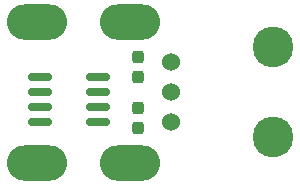
<source format=gbr>
%TF.GenerationSoftware,KiCad,Pcbnew,7.0.5*%
%TF.CreationDate,2023-10-04T22:19:23-05:00*%
%TF.ProjectId,Current Sensing Breakout,43757272-656e-4742-9053-656e73696e67,rev?*%
%TF.SameCoordinates,Original*%
%TF.FileFunction,Soldermask,Top*%
%TF.FilePolarity,Negative*%
%FSLAX46Y46*%
G04 Gerber Fmt 4.6, Leading zero omitted, Abs format (unit mm)*
G04 Created by KiCad (PCBNEW 7.0.5) date 2023-10-04 22:19:23*
%MOMM*%
%LPD*%
G01*
G04 APERTURE LIST*
G04 Aperture macros list*
%AMRoundRect*
0 Rectangle with rounded corners*
0 $1 Rounding radius*
0 $2 $3 $4 $5 $6 $7 $8 $9 X,Y pos of 4 corners*
0 Add a 4 corners polygon primitive as box body*
4,1,4,$2,$3,$4,$5,$6,$7,$8,$9,$2,$3,0*
0 Add four circle primitives for the rounded corners*
1,1,$1+$1,$2,$3*
1,1,$1+$1,$4,$5*
1,1,$1+$1,$6,$7*
1,1,$1+$1,$8,$9*
0 Add four rect primitives between the rounded corners*
20,1,$1+$1,$2,$3,$4,$5,0*
20,1,$1+$1,$4,$5,$6,$7,0*
20,1,$1+$1,$6,$7,$8,$9,0*
20,1,$1+$1,$8,$9,$2,$3,0*%
G04 Aperture macros list end*
%ADD10C,3.450000*%
%ADD11C,1.524000*%
%ADD12RoundRect,0.237500X-0.237500X0.300000X-0.237500X-0.300000X0.237500X-0.300000X0.237500X0.300000X0*%
%ADD13RoundRect,0.237500X0.237500X-0.300000X0.237500X0.300000X-0.237500X0.300000X-0.237500X-0.300000X0*%
%ADD14RoundRect,0.150000X-0.825000X-0.150000X0.825000X-0.150000X0.825000X0.150000X-0.825000X0.150000X0*%
%ADD15O,5.100000X3.000000*%
G04 APERTURE END LIST*
D10*
%TO.C,Conn3*%
X73914000Y-46863000D03*
X73914000Y-54483000D03*
D11*
X65278000Y-48133000D03*
X65278000Y-50673000D03*
X65278000Y-53213000D03*
%TD*%
D12*
%TO.C,C1*%
X62484000Y-51969500D03*
X62484000Y-53694500D03*
%TD*%
D13*
%TO.C,C2*%
X62484000Y-49376500D03*
X62484000Y-47651500D03*
%TD*%
D14*
%TO.C,U1*%
X54167000Y-49403000D03*
X54167000Y-50673000D03*
X54167000Y-51943000D03*
X54167000Y-53213000D03*
X59117000Y-53213000D03*
X59117000Y-51943000D03*
X59117000Y-50673000D03*
X59117000Y-49403000D03*
%TD*%
D15*
%TO.C,Conn1*%
X61849000Y-44704000D03*
X53975000Y-44704000D03*
%TD*%
%TO.C,Conn2*%
X61849000Y-56642000D03*
X53975000Y-56642000D03*
%TD*%
M02*

</source>
